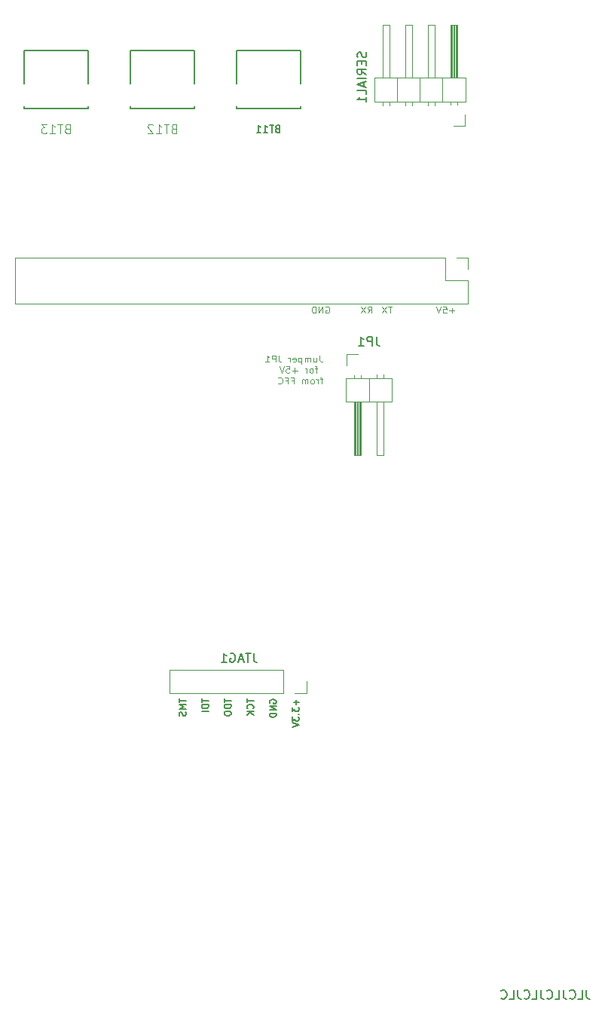
<source format=gbr>
%TF.GenerationSoftware,KiCad,Pcbnew,(5.1.12)-1*%
%TF.CreationDate,2021-12-10T07:50:45+00:00*%
%TF.ProjectId,RGBtoHDMI Amiga Denise CPLD FFC - CDTV Video Slot,52474274-6f48-4444-9d49-20416d696761,1*%
%TF.SameCoordinates,Original*%
%TF.FileFunction,Legend,Bot*%
%TF.FilePolarity,Positive*%
%FSLAX46Y46*%
G04 Gerber Fmt 4.6, Leading zero omitted, Abs format (unit mm)*
G04 Created by KiCad (PCBNEW (5.1.12)-1) date 2021-12-10 07:50:45*
%MOMM*%
%LPD*%
G01*
G04 APERTURE LIST*
%ADD10C,0.100000*%
%ADD11C,0.150000*%
%ADD12C,0.120000*%
%ADD13C,0.127000*%
G04 APERTURE END LIST*
D10*
X105625828Y-69729000D02*
X105697257Y-69693285D01*
X105804400Y-69693285D01*
X105911542Y-69729000D01*
X105982971Y-69800428D01*
X106018685Y-69871857D01*
X106054400Y-70014714D01*
X106054400Y-70121857D01*
X106018685Y-70264714D01*
X105982971Y-70336142D01*
X105911542Y-70407571D01*
X105804400Y-70443285D01*
X105732971Y-70443285D01*
X105625828Y-70407571D01*
X105590114Y-70371857D01*
X105590114Y-70121857D01*
X105732971Y-70121857D01*
X105268685Y-70443285D02*
X105268685Y-69693285D01*
X104840114Y-70443285D01*
X104840114Y-69693285D01*
X104482971Y-70443285D02*
X104482971Y-69693285D01*
X104304400Y-69693285D01*
X104197257Y-69729000D01*
X104125828Y-69800428D01*
X104090114Y-69871857D01*
X104054400Y-70014714D01*
X104054400Y-70121857D01*
X104090114Y-70264714D01*
X104125828Y-70336142D01*
X104197257Y-70407571D01*
X104304400Y-70443285D01*
X104482971Y-70443285D01*
X120090285Y-70157571D02*
X119518857Y-70157571D01*
X119804571Y-70443285D02*
X119804571Y-69871857D01*
X118804571Y-69693285D02*
X119161714Y-69693285D01*
X119197428Y-70050428D01*
X119161714Y-70014714D01*
X119090285Y-69979000D01*
X118911714Y-69979000D01*
X118840285Y-70014714D01*
X118804571Y-70050428D01*
X118768857Y-70121857D01*
X118768857Y-70300428D01*
X118804571Y-70371857D01*
X118840285Y-70407571D01*
X118911714Y-70443285D01*
X119090285Y-70443285D01*
X119161714Y-70407571D01*
X119197428Y-70371857D01*
X118554571Y-69693285D02*
X118304571Y-70443285D01*
X118054571Y-69693285D01*
X113093428Y-69693285D02*
X112664857Y-69693285D01*
X112879142Y-70443285D02*
X112879142Y-69693285D01*
X112486285Y-69693285D02*
X111986285Y-70443285D01*
X111986285Y-69693285D02*
X112486285Y-70443285D01*
X110361000Y-70443285D02*
X110611000Y-70086142D01*
X110789571Y-70443285D02*
X110789571Y-69693285D01*
X110503857Y-69693285D01*
X110432428Y-69729000D01*
X110396714Y-69764714D01*
X110361000Y-69836142D01*
X110361000Y-69943285D01*
X110396714Y-70014714D01*
X110432428Y-70050428D01*
X110503857Y-70086142D01*
X110789571Y-70086142D01*
X110111000Y-69693285D02*
X109611000Y-70443285D01*
X109611000Y-69693285D02*
X110111000Y-70443285D01*
D11*
X134921047Y-146518380D02*
X134921047Y-147232666D01*
X134968666Y-147375523D01*
X135063904Y-147470761D01*
X135206761Y-147518380D01*
X135302000Y-147518380D01*
X133968666Y-147518380D02*
X134444857Y-147518380D01*
X134444857Y-146518380D01*
X133063904Y-147423142D02*
X133111523Y-147470761D01*
X133254380Y-147518380D01*
X133349619Y-147518380D01*
X133492476Y-147470761D01*
X133587714Y-147375523D01*
X133635333Y-147280285D01*
X133682952Y-147089809D01*
X133682952Y-146946952D01*
X133635333Y-146756476D01*
X133587714Y-146661238D01*
X133492476Y-146566000D01*
X133349619Y-146518380D01*
X133254380Y-146518380D01*
X133111523Y-146566000D01*
X133063904Y-146613619D01*
X132349619Y-146518380D02*
X132349619Y-147232666D01*
X132397238Y-147375523D01*
X132492476Y-147470761D01*
X132635333Y-147518380D01*
X132730571Y-147518380D01*
X131397238Y-147518380D02*
X131873428Y-147518380D01*
X131873428Y-146518380D01*
X130492476Y-147423142D02*
X130540095Y-147470761D01*
X130682952Y-147518380D01*
X130778190Y-147518380D01*
X130921047Y-147470761D01*
X131016285Y-147375523D01*
X131063904Y-147280285D01*
X131111523Y-147089809D01*
X131111523Y-146946952D01*
X131063904Y-146756476D01*
X131016285Y-146661238D01*
X130921047Y-146566000D01*
X130778190Y-146518380D01*
X130682952Y-146518380D01*
X130540095Y-146566000D01*
X130492476Y-146613619D01*
X129778190Y-146518380D02*
X129778190Y-147232666D01*
X129825809Y-147375523D01*
X129921047Y-147470761D01*
X130063904Y-147518380D01*
X130159142Y-147518380D01*
X128825809Y-147518380D02*
X129302000Y-147518380D01*
X129302000Y-146518380D01*
X127921047Y-147423142D02*
X127968666Y-147470761D01*
X128111523Y-147518380D01*
X128206761Y-147518380D01*
X128349619Y-147470761D01*
X128444857Y-147375523D01*
X128492476Y-147280285D01*
X128540095Y-147089809D01*
X128540095Y-146946952D01*
X128492476Y-146756476D01*
X128444857Y-146661238D01*
X128349619Y-146566000D01*
X128206761Y-146518380D01*
X128111523Y-146518380D01*
X127968666Y-146566000D01*
X127921047Y-146613619D01*
X127206761Y-146518380D02*
X127206761Y-147232666D01*
X127254380Y-147375523D01*
X127349619Y-147470761D01*
X127492476Y-147518380D01*
X127587714Y-147518380D01*
X126254380Y-147518380D02*
X126730571Y-147518380D01*
X126730571Y-146518380D01*
X125349619Y-147423142D02*
X125397238Y-147470761D01*
X125540095Y-147518380D01*
X125635333Y-147518380D01*
X125778190Y-147470761D01*
X125873428Y-147375523D01*
X125921047Y-147280285D01*
X125968666Y-147089809D01*
X125968666Y-146946952D01*
X125921047Y-146756476D01*
X125873428Y-146661238D01*
X125778190Y-146566000D01*
X125635333Y-146518380D01*
X125540095Y-146518380D01*
X125397238Y-146566000D01*
X125349619Y-146613619D01*
D10*
X104952142Y-75199285D02*
X104952142Y-75735000D01*
X104987857Y-75842142D01*
X105059285Y-75913571D01*
X105166428Y-75949285D01*
X105237857Y-75949285D01*
X104273571Y-75449285D02*
X104273571Y-75949285D01*
X104595000Y-75449285D02*
X104595000Y-75842142D01*
X104559285Y-75913571D01*
X104487857Y-75949285D01*
X104380714Y-75949285D01*
X104309285Y-75913571D01*
X104273571Y-75877857D01*
X103916428Y-75949285D02*
X103916428Y-75449285D01*
X103916428Y-75520714D02*
X103880714Y-75485000D01*
X103809285Y-75449285D01*
X103702142Y-75449285D01*
X103630714Y-75485000D01*
X103595000Y-75556428D01*
X103595000Y-75949285D01*
X103595000Y-75556428D02*
X103559285Y-75485000D01*
X103487857Y-75449285D01*
X103380714Y-75449285D01*
X103309285Y-75485000D01*
X103273571Y-75556428D01*
X103273571Y-75949285D01*
X102916428Y-75449285D02*
X102916428Y-76199285D01*
X102916428Y-75485000D02*
X102845000Y-75449285D01*
X102702142Y-75449285D01*
X102630714Y-75485000D01*
X102595000Y-75520714D01*
X102559285Y-75592142D01*
X102559285Y-75806428D01*
X102595000Y-75877857D01*
X102630714Y-75913571D01*
X102702142Y-75949285D01*
X102845000Y-75949285D01*
X102916428Y-75913571D01*
X101952142Y-75913571D02*
X102023571Y-75949285D01*
X102166428Y-75949285D01*
X102237857Y-75913571D01*
X102273571Y-75842142D01*
X102273571Y-75556428D01*
X102237857Y-75485000D01*
X102166428Y-75449285D01*
X102023571Y-75449285D01*
X101952142Y-75485000D01*
X101916428Y-75556428D01*
X101916428Y-75627857D01*
X102273571Y-75699285D01*
X101595000Y-75949285D02*
X101595000Y-75449285D01*
X101595000Y-75592142D02*
X101559285Y-75520714D01*
X101523571Y-75485000D01*
X101452142Y-75449285D01*
X101380714Y-75449285D01*
X100345000Y-75199285D02*
X100345000Y-75735000D01*
X100380714Y-75842142D01*
X100452142Y-75913571D01*
X100559285Y-75949285D01*
X100630714Y-75949285D01*
X99987857Y-75949285D02*
X99987857Y-75199285D01*
X99702142Y-75199285D01*
X99630714Y-75235000D01*
X99595000Y-75270714D01*
X99559285Y-75342142D01*
X99559285Y-75449285D01*
X99595000Y-75520714D01*
X99630714Y-75556428D01*
X99702142Y-75592142D01*
X99987857Y-75592142D01*
X98845000Y-75949285D02*
X99273571Y-75949285D01*
X99059285Y-75949285D02*
X99059285Y-75199285D01*
X99130714Y-75306428D01*
X99202142Y-75377857D01*
X99273571Y-75413571D01*
X104702142Y-76674285D02*
X104416428Y-76674285D01*
X104595000Y-77174285D02*
X104595000Y-76531428D01*
X104559285Y-76460000D01*
X104487857Y-76424285D01*
X104416428Y-76424285D01*
X104059285Y-77174285D02*
X104130714Y-77138571D01*
X104166428Y-77102857D01*
X104202142Y-77031428D01*
X104202142Y-76817142D01*
X104166428Y-76745714D01*
X104130714Y-76710000D01*
X104059285Y-76674285D01*
X103952142Y-76674285D01*
X103880714Y-76710000D01*
X103845000Y-76745714D01*
X103809285Y-76817142D01*
X103809285Y-77031428D01*
X103845000Y-77102857D01*
X103880714Y-77138571D01*
X103952142Y-77174285D01*
X104059285Y-77174285D01*
X103487857Y-77174285D02*
X103487857Y-76674285D01*
X103487857Y-76817142D02*
X103452142Y-76745714D01*
X103416428Y-76710000D01*
X103345000Y-76674285D01*
X103273571Y-76674285D01*
X102452142Y-76888571D02*
X101880714Y-76888571D01*
X102166428Y-77174285D02*
X102166428Y-76602857D01*
X101166428Y-76424285D02*
X101523571Y-76424285D01*
X101559285Y-76781428D01*
X101523571Y-76745714D01*
X101452142Y-76710000D01*
X101273571Y-76710000D01*
X101202142Y-76745714D01*
X101166428Y-76781428D01*
X101130714Y-76852857D01*
X101130714Y-77031428D01*
X101166428Y-77102857D01*
X101202142Y-77138571D01*
X101273571Y-77174285D01*
X101452142Y-77174285D01*
X101523571Y-77138571D01*
X101559285Y-77102857D01*
X100916428Y-76424285D02*
X100666428Y-77174285D01*
X100416428Y-76424285D01*
X105273571Y-77899285D02*
X104987857Y-77899285D01*
X105166428Y-78399285D02*
X105166428Y-77756428D01*
X105130714Y-77685000D01*
X105059285Y-77649285D01*
X104987857Y-77649285D01*
X104737857Y-78399285D02*
X104737857Y-77899285D01*
X104737857Y-78042142D02*
X104702142Y-77970714D01*
X104666428Y-77935000D01*
X104595000Y-77899285D01*
X104523571Y-77899285D01*
X104166428Y-78399285D02*
X104237857Y-78363571D01*
X104273571Y-78327857D01*
X104309285Y-78256428D01*
X104309285Y-78042142D01*
X104273571Y-77970714D01*
X104237857Y-77935000D01*
X104166428Y-77899285D01*
X104059285Y-77899285D01*
X103987857Y-77935000D01*
X103952142Y-77970714D01*
X103916428Y-78042142D01*
X103916428Y-78256428D01*
X103952142Y-78327857D01*
X103987857Y-78363571D01*
X104059285Y-78399285D01*
X104166428Y-78399285D01*
X103595000Y-78399285D02*
X103595000Y-77899285D01*
X103595000Y-77970714D02*
X103559285Y-77935000D01*
X103487857Y-77899285D01*
X103380714Y-77899285D01*
X103309285Y-77935000D01*
X103273571Y-78006428D01*
X103273571Y-78399285D01*
X103273571Y-78006428D02*
X103237857Y-77935000D01*
X103166428Y-77899285D01*
X103059285Y-77899285D01*
X102987857Y-77935000D01*
X102952142Y-78006428D01*
X102952142Y-78399285D01*
X101773571Y-78006428D02*
X102023571Y-78006428D01*
X102023571Y-78399285D02*
X102023571Y-77649285D01*
X101666428Y-77649285D01*
X101130714Y-78006428D02*
X101380714Y-78006428D01*
X101380714Y-78399285D02*
X101380714Y-77649285D01*
X101023571Y-77649285D01*
X100309285Y-78327857D02*
X100345000Y-78363571D01*
X100452142Y-78399285D01*
X100523571Y-78399285D01*
X100630714Y-78363571D01*
X100702142Y-78292142D01*
X100737857Y-78220714D01*
X100773571Y-78077857D01*
X100773571Y-77970714D01*
X100737857Y-77827857D01*
X100702142Y-77756428D01*
X100630714Y-77685000D01*
X100523571Y-77649285D01*
X100452142Y-77649285D01*
X100345000Y-77685000D01*
X100309285Y-77720714D01*
D11*
X89149685Y-113785057D02*
X89149685Y-114213628D01*
X89899685Y-113999342D02*
X89149685Y-113999342D01*
X89899685Y-114463628D02*
X89149685Y-114463628D01*
X89685400Y-114713628D01*
X89149685Y-114963628D01*
X89899685Y-114963628D01*
X89863971Y-115285057D02*
X89899685Y-115392199D01*
X89899685Y-115570771D01*
X89863971Y-115642199D01*
X89828257Y-115677914D01*
X89756828Y-115713628D01*
X89685400Y-115713628D01*
X89613971Y-115677914D01*
X89578257Y-115642199D01*
X89542542Y-115570771D01*
X89506828Y-115427914D01*
X89471114Y-115356485D01*
X89435400Y-115320771D01*
X89363971Y-115285057D01*
X89292542Y-115285057D01*
X89221114Y-115320771D01*
X89185400Y-115356485D01*
X89149685Y-115427914D01*
X89149685Y-115606485D01*
X89185400Y-115713628D01*
X91689685Y-113785056D02*
X91689685Y-114213628D01*
X92439685Y-113999342D02*
X91689685Y-113999342D01*
X92439685Y-114463628D02*
X91689685Y-114463628D01*
X91689685Y-114642199D01*
X91725400Y-114749342D01*
X91796828Y-114820771D01*
X91868257Y-114856485D01*
X92011114Y-114892199D01*
X92118257Y-114892199D01*
X92261114Y-114856485D01*
X92332542Y-114820771D01*
X92403971Y-114749342D01*
X92439685Y-114642199D01*
X92439685Y-114463628D01*
X92439685Y-115213628D02*
X91689685Y-115213628D01*
X94229685Y-113785057D02*
X94229685Y-114213628D01*
X94979685Y-113999342D02*
X94229685Y-113999342D01*
X94979685Y-114463628D02*
X94229685Y-114463628D01*
X94229685Y-114642200D01*
X94265400Y-114749342D01*
X94336828Y-114820771D01*
X94408257Y-114856485D01*
X94551114Y-114892200D01*
X94658257Y-114892200D01*
X94801114Y-114856485D01*
X94872542Y-114820771D01*
X94943971Y-114749342D01*
X94979685Y-114642200D01*
X94979685Y-114463628D01*
X94229685Y-115356485D02*
X94229685Y-115499342D01*
X94265400Y-115570771D01*
X94336828Y-115642200D01*
X94479685Y-115677914D01*
X94729685Y-115677914D01*
X94872542Y-115642200D01*
X94943971Y-115570771D01*
X94979685Y-115499342D01*
X94979685Y-115356485D01*
X94943971Y-115285057D01*
X94872542Y-115213628D01*
X94729685Y-115177914D01*
X94479685Y-115177914D01*
X94336828Y-115213628D01*
X94265400Y-115285057D01*
X94229685Y-115356485D01*
X96769685Y-113785057D02*
X96769685Y-114213628D01*
X97519685Y-113999343D02*
X96769685Y-113999343D01*
X97448257Y-114892200D02*
X97483971Y-114856485D01*
X97519685Y-114749343D01*
X97519685Y-114677914D01*
X97483971Y-114570771D01*
X97412542Y-114499343D01*
X97341114Y-114463628D01*
X97198257Y-114427914D01*
X97091114Y-114427914D01*
X96948257Y-114463628D01*
X96876828Y-114499343D01*
X96805400Y-114570771D01*
X96769685Y-114677914D01*
X96769685Y-114749343D01*
X96805400Y-114856485D01*
X96841114Y-114892200D01*
X97519685Y-115213628D02*
X96769685Y-115213628D01*
X97519685Y-115642200D02*
X97091114Y-115320771D01*
X96769685Y-115642200D02*
X97198257Y-115213628D01*
X99345400Y-114285056D02*
X99309685Y-114213627D01*
X99309685Y-114106485D01*
X99345400Y-113999342D01*
X99416828Y-113927913D01*
X99488257Y-113892199D01*
X99631114Y-113856485D01*
X99738257Y-113856485D01*
X99881114Y-113892199D01*
X99952542Y-113927913D01*
X100023971Y-113999342D01*
X100059685Y-114106485D01*
X100059685Y-114177913D01*
X100023971Y-114285056D01*
X99988257Y-114320770D01*
X99738257Y-114320770D01*
X99738257Y-114177913D01*
X100059685Y-114642199D02*
X99309685Y-114642199D01*
X100059685Y-115070770D01*
X99309685Y-115070770D01*
X100059685Y-115427913D02*
X99309685Y-115427913D01*
X99309685Y-115606485D01*
X99345400Y-115713627D01*
X99416828Y-115785056D01*
X99488257Y-115820770D01*
X99631114Y-115856485D01*
X99738257Y-115856485D01*
X99881114Y-115820770D01*
X99952542Y-115785056D01*
X100023971Y-115713627D01*
X100059685Y-115606485D01*
X100059685Y-115427913D01*
X102313971Y-113892200D02*
X102313971Y-114463628D01*
X102599685Y-114177914D02*
X102028257Y-114177914D01*
X101849685Y-114749342D02*
X101849685Y-115213628D01*
X102135400Y-114963628D01*
X102135400Y-115070771D01*
X102171114Y-115142200D01*
X102206828Y-115177914D01*
X102278257Y-115213628D01*
X102456828Y-115213628D01*
X102528257Y-115177914D01*
X102563971Y-115142200D01*
X102599685Y-115070771D01*
X102599685Y-114856485D01*
X102563971Y-114785057D01*
X102528257Y-114749342D01*
X102528257Y-115535057D02*
X102563971Y-115570771D01*
X102599685Y-115535057D01*
X102563971Y-115499342D01*
X102528257Y-115535057D01*
X102599685Y-115535057D01*
X101849685Y-115820771D02*
X101849685Y-116285057D01*
X102135400Y-116035057D01*
X102135400Y-116142200D01*
X102171114Y-116213628D01*
X102206828Y-116249342D01*
X102278257Y-116285057D01*
X102456828Y-116285057D01*
X102528257Y-116249342D01*
X102563971Y-116213628D01*
X102599685Y-116142200D01*
X102599685Y-115927914D01*
X102563971Y-115856485D01*
X102528257Y-115820771D01*
X101849685Y-116499342D02*
X102599685Y-116749342D01*
X101849685Y-116999342D01*
D12*
%TO.C,SERIAL1*%
X121345000Y-46693000D02*
X111065000Y-46693000D01*
X111065000Y-46693000D02*
X111065000Y-44033000D01*
X111065000Y-44033000D02*
X121345000Y-44033000D01*
X121345000Y-44033000D02*
X121345000Y-46693000D01*
X120395000Y-44033000D02*
X120395000Y-38033000D01*
X120395000Y-38033000D02*
X119635000Y-38033000D01*
X119635000Y-38033000D02*
X119635000Y-44033000D01*
X120335000Y-44033000D02*
X120335000Y-38033000D01*
X120215000Y-44033000D02*
X120215000Y-38033000D01*
X120095000Y-44033000D02*
X120095000Y-38033000D01*
X119975000Y-44033000D02*
X119975000Y-38033000D01*
X119855000Y-44033000D02*
X119855000Y-38033000D01*
X119735000Y-44033000D02*
X119735000Y-38033000D01*
X120395000Y-47023000D02*
X120395000Y-46693000D01*
X119635000Y-47023000D02*
X119635000Y-46693000D01*
X118745000Y-46693000D02*
X118745000Y-44033000D01*
X117855000Y-44033000D02*
X117855000Y-38033000D01*
X117855000Y-38033000D02*
X117095000Y-38033000D01*
X117095000Y-38033000D02*
X117095000Y-44033000D01*
X117855000Y-47090071D02*
X117855000Y-46693000D01*
X117095000Y-47090071D02*
X117095000Y-46693000D01*
X116205000Y-46693000D02*
X116205000Y-44033000D01*
X115315000Y-44033000D02*
X115315000Y-38033000D01*
X115315000Y-38033000D02*
X114555000Y-38033000D01*
X114555000Y-38033000D02*
X114555000Y-44033000D01*
X115315000Y-47090071D02*
X115315000Y-46693000D01*
X114555000Y-47090071D02*
X114555000Y-46693000D01*
X113665000Y-46693000D02*
X113665000Y-44033000D01*
X112775000Y-44033000D02*
X112775000Y-38033000D01*
X112775000Y-38033000D02*
X112015000Y-38033000D01*
X112015000Y-38033000D02*
X112015000Y-44033000D01*
X112775000Y-47090071D02*
X112775000Y-46693000D01*
X112015000Y-47090071D02*
X112015000Y-46693000D01*
X120015000Y-49403000D02*
X121285000Y-49403000D01*
X121285000Y-49403000D02*
X121285000Y-48133000D01*
D13*
%TO.C,BT13*%
X71711000Y-47434000D02*
X78911000Y-47434000D01*
X78911000Y-40934000D02*
X71711000Y-40934000D01*
X71711000Y-40934000D02*
X71711000Y-44634000D01*
X78911000Y-40934000D02*
X78911000Y-44634000D01*
X71711000Y-47434000D02*
X71711000Y-47234000D01*
X78911000Y-47434000D02*
X78911000Y-47234000D01*
%TO.C,BT12*%
X83674400Y-47434000D02*
X90874400Y-47434000D01*
X90874400Y-40934000D02*
X83674400Y-40934000D01*
X83674400Y-40934000D02*
X83674400Y-44634000D01*
X90874400Y-40934000D02*
X90874400Y-44634000D01*
X83674400Y-47434000D02*
X83674400Y-47234000D01*
X90874400Y-47434000D02*
X90874400Y-47234000D01*
%TO.C,BT11*%
X102787000Y-47434000D02*
X102787000Y-47234000D01*
X95587000Y-47434000D02*
X95587000Y-47234000D01*
X102787000Y-40934000D02*
X102787000Y-44634000D01*
X95587000Y-40934000D02*
X95587000Y-44634000D01*
X102787000Y-40934000D02*
X95587000Y-40934000D01*
X95587000Y-47434000D02*
X102787000Y-47434000D01*
D12*
%TO.C,JP1*%
X107890000Y-77767000D02*
X113090000Y-77767000D01*
X113090000Y-77767000D02*
X113090000Y-80427000D01*
X113090000Y-80427000D02*
X107890000Y-80427000D01*
X107890000Y-80427000D02*
X107890000Y-77767000D01*
X108840000Y-80427000D02*
X108840000Y-86427000D01*
X108840000Y-86427000D02*
X109600000Y-86427000D01*
X109600000Y-86427000D02*
X109600000Y-80427000D01*
X108900000Y-80427000D02*
X108900000Y-86427000D01*
X109020000Y-80427000D02*
X109020000Y-86427000D01*
X109140000Y-80427000D02*
X109140000Y-86427000D01*
X109260000Y-80427000D02*
X109260000Y-86427000D01*
X109380000Y-80427000D02*
X109380000Y-86427000D01*
X109500000Y-80427000D02*
X109500000Y-86427000D01*
X108840000Y-77437000D02*
X108840000Y-77767000D01*
X109600000Y-77437000D02*
X109600000Y-77767000D01*
X110490000Y-77767000D02*
X110490000Y-80427000D01*
X111380000Y-80427000D02*
X111380000Y-86427000D01*
X111380000Y-86427000D02*
X112140000Y-86427000D01*
X112140000Y-86427000D02*
X112140000Y-80427000D01*
X111380000Y-77369929D02*
X111380000Y-77767000D01*
X112140000Y-77369929D02*
X112140000Y-77767000D01*
X109220000Y-75057000D02*
X107950000Y-75057000D01*
X107950000Y-75057000D02*
X107950000Y-76327000D01*
%TO.C,JTAG1*%
X103463400Y-113166200D02*
X103463400Y-111836200D01*
X102133400Y-113166200D02*
X103463400Y-113166200D01*
X100863400Y-113166200D02*
X100863400Y-110506200D01*
X100863400Y-110506200D02*
X88103400Y-110506200D01*
X100863400Y-113166200D02*
X88103400Y-113166200D01*
X88103400Y-113166200D02*
X88103400Y-110506200D01*
%TO.C,J1*%
X121624400Y-65532000D02*
X121624400Y-64202000D01*
X121624400Y-64202000D02*
X120294400Y-64202000D01*
X121624400Y-66802000D02*
X119024400Y-66802000D01*
X119024400Y-66802000D02*
X119024400Y-64202000D01*
X119024400Y-64202000D02*
X70704400Y-64202000D01*
X70704400Y-69402000D02*
X70704400Y-64202000D01*
X121624400Y-69402000D02*
X70704400Y-69402000D01*
X121624400Y-69402000D02*
X121624400Y-66802000D01*
%TO.C,SERIAL1*%
D11*
X110132761Y-41156285D02*
X110180380Y-41299142D01*
X110180380Y-41537238D01*
X110132761Y-41632476D01*
X110085142Y-41680095D01*
X109989904Y-41727714D01*
X109894666Y-41727714D01*
X109799428Y-41680095D01*
X109751809Y-41632476D01*
X109704190Y-41537238D01*
X109656571Y-41346761D01*
X109608952Y-41251523D01*
X109561333Y-41203904D01*
X109466095Y-41156285D01*
X109370857Y-41156285D01*
X109275619Y-41203904D01*
X109228000Y-41251523D01*
X109180380Y-41346761D01*
X109180380Y-41584857D01*
X109228000Y-41727714D01*
X109656571Y-42156285D02*
X109656571Y-42489619D01*
X110180380Y-42632476D02*
X110180380Y-42156285D01*
X109180380Y-42156285D01*
X109180380Y-42632476D01*
X110180380Y-43632476D02*
X109704190Y-43299142D01*
X110180380Y-43061047D02*
X109180380Y-43061047D01*
X109180380Y-43442000D01*
X109228000Y-43537238D01*
X109275619Y-43584857D01*
X109370857Y-43632476D01*
X109513714Y-43632476D01*
X109608952Y-43584857D01*
X109656571Y-43537238D01*
X109704190Y-43442000D01*
X109704190Y-43061047D01*
X110180380Y-44061047D02*
X109180380Y-44061047D01*
X109894666Y-44489619D02*
X109894666Y-44965809D01*
X110180380Y-44394380D02*
X109180380Y-44727714D01*
X110180380Y-45061047D01*
X110180380Y-45870571D02*
X110180380Y-45394380D01*
X109180380Y-45394380D01*
X110180380Y-46727714D02*
X110180380Y-46156285D01*
X110180380Y-46442000D02*
X109180380Y-46442000D01*
X109323238Y-46346761D01*
X109418476Y-46251523D01*
X109466095Y-46156285D01*
%TO.C,BT13*%
D10*
X76574078Y-49712505D02*
X76431088Y-49760168D01*
X76383425Y-49807831D01*
X76335761Y-49903158D01*
X76335761Y-50046148D01*
X76383425Y-50141475D01*
X76431088Y-50189138D01*
X76526415Y-50236801D01*
X76907721Y-50236801D01*
X76907721Y-49235871D01*
X76574078Y-49235871D01*
X76478751Y-49283535D01*
X76431088Y-49331198D01*
X76383425Y-49426525D01*
X76383425Y-49521851D01*
X76431088Y-49617178D01*
X76478751Y-49664841D01*
X76574078Y-49712505D01*
X76907721Y-49712505D01*
X76049781Y-49235871D02*
X75477821Y-49235871D01*
X75763801Y-50236801D02*
X75763801Y-49235871D01*
X74619881Y-50236801D02*
X75191841Y-50236801D01*
X74905861Y-50236801D02*
X74905861Y-49235871D01*
X75001188Y-49378861D01*
X75096515Y-49474188D01*
X75191841Y-49521851D01*
X74286238Y-49235871D02*
X73666615Y-49235871D01*
X74000258Y-49617178D01*
X73857268Y-49617178D01*
X73761941Y-49664841D01*
X73714278Y-49712505D01*
X73666615Y-49807831D01*
X73666615Y-50046148D01*
X73714278Y-50141475D01*
X73761941Y-50189138D01*
X73857268Y-50236801D01*
X74143248Y-50236801D01*
X74238575Y-50189138D01*
X74286238Y-50141475D01*
%TO.C,BT12*%
X88537478Y-49712505D02*
X88394488Y-49760168D01*
X88346825Y-49807831D01*
X88299161Y-49903158D01*
X88299161Y-50046148D01*
X88346825Y-50141475D01*
X88394488Y-50189138D01*
X88489815Y-50236801D01*
X88871121Y-50236801D01*
X88871121Y-49235871D01*
X88537478Y-49235871D01*
X88442151Y-49283535D01*
X88394488Y-49331198D01*
X88346825Y-49426525D01*
X88346825Y-49521851D01*
X88394488Y-49617178D01*
X88442151Y-49664841D01*
X88537478Y-49712505D01*
X88871121Y-49712505D01*
X88013181Y-49235871D02*
X87441221Y-49235871D01*
X87727201Y-50236801D02*
X87727201Y-49235871D01*
X86583281Y-50236801D02*
X87155241Y-50236801D01*
X86869261Y-50236801D02*
X86869261Y-49235871D01*
X86964588Y-49378861D01*
X87059915Y-49474188D01*
X87155241Y-49521851D01*
X86201975Y-49331198D02*
X86154311Y-49283535D01*
X86058985Y-49235871D01*
X85820668Y-49235871D01*
X85725341Y-49283535D01*
X85677678Y-49331198D01*
X85630015Y-49426525D01*
X85630015Y-49521851D01*
X85677678Y-49664841D01*
X86249638Y-50236801D01*
X85630015Y-50236801D01*
%TO.C,BT11*%
D11*
X100196523Y-49726857D02*
X100082238Y-49764952D01*
X100044142Y-49803047D01*
X100006047Y-49879238D01*
X100006047Y-49993523D01*
X100044142Y-50069714D01*
X100082238Y-50107809D01*
X100158428Y-50145904D01*
X100463190Y-50145904D01*
X100463190Y-49345904D01*
X100196523Y-49345904D01*
X100120333Y-49384000D01*
X100082238Y-49422095D01*
X100044142Y-49498285D01*
X100044142Y-49574476D01*
X100082238Y-49650666D01*
X100120333Y-49688761D01*
X100196523Y-49726857D01*
X100463190Y-49726857D01*
X99777476Y-49345904D02*
X99320333Y-49345904D01*
X99548904Y-50145904D02*
X99548904Y-49345904D01*
X98634619Y-50145904D02*
X99091761Y-50145904D01*
X98863190Y-50145904D02*
X98863190Y-49345904D01*
X98939380Y-49460190D01*
X99015571Y-49536380D01*
X99091761Y-49574476D01*
X97872714Y-50145904D02*
X98329857Y-50145904D01*
X98101285Y-50145904D02*
X98101285Y-49345904D01*
X98177476Y-49460190D01*
X98253666Y-49536380D01*
X98329857Y-49574476D01*
%TO.C,JP1*%
X111323333Y-73112380D02*
X111323333Y-73826666D01*
X111370952Y-73969523D01*
X111466190Y-74064761D01*
X111609047Y-74112380D01*
X111704285Y-74112380D01*
X110847142Y-74112380D02*
X110847142Y-73112380D01*
X110466190Y-73112380D01*
X110370952Y-73160000D01*
X110323333Y-73207619D01*
X110275714Y-73302857D01*
X110275714Y-73445714D01*
X110323333Y-73540952D01*
X110370952Y-73588571D01*
X110466190Y-73636190D01*
X110847142Y-73636190D01*
X109323333Y-74112380D02*
X109894761Y-74112380D01*
X109609047Y-74112380D02*
X109609047Y-73112380D01*
X109704285Y-73255238D01*
X109799523Y-73350476D01*
X109894761Y-73398095D01*
%TO.C,JTAG1*%
X97527857Y-108672380D02*
X97527857Y-109386666D01*
X97575476Y-109529523D01*
X97670714Y-109624761D01*
X97813571Y-109672380D01*
X97908809Y-109672380D01*
X97194523Y-108672380D02*
X96623095Y-108672380D01*
X96908809Y-109672380D02*
X96908809Y-108672380D01*
X96337380Y-109386666D02*
X95861190Y-109386666D01*
X96432619Y-109672380D02*
X96099285Y-108672380D01*
X95765952Y-109672380D01*
X94908809Y-108720000D02*
X95004047Y-108672380D01*
X95146904Y-108672380D01*
X95289761Y-108720000D01*
X95385000Y-108815238D01*
X95432619Y-108910476D01*
X95480238Y-109100952D01*
X95480238Y-109243809D01*
X95432619Y-109434285D01*
X95385000Y-109529523D01*
X95289761Y-109624761D01*
X95146904Y-109672380D01*
X95051666Y-109672380D01*
X94908809Y-109624761D01*
X94861190Y-109577142D01*
X94861190Y-109243809D01*
X95051666Y-109243809D01*
X93908809Y-109672380D02*
X94480238Y-109672380D01*
X94194523Y-109672380D02*
X94194523Y-108672380D01*
X94289761Y-108815238D01*
X94385000Y-108910476D01*
X94480238Y-108958095D01*
%TD*%
M02*

</source>
